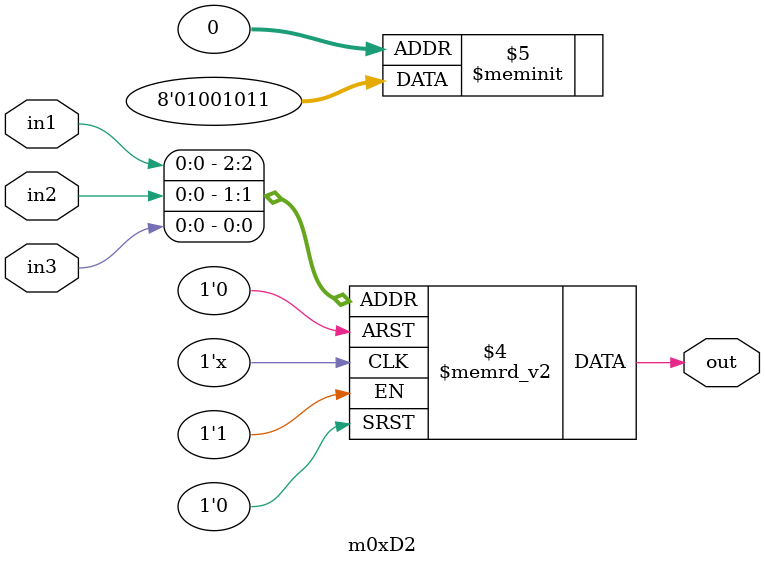
<source format=v>
module m0xD2(output out, input in1, in2, in3);

   always @(in1, in2, in3)
     begin
        case({in1, in2, in3})
          3'b000: {out} = 1'b1;
          3'b001: {out} = 1'b1;
          3'b010: {out} = 1'b0;
          3'b011: {out} = 1'b1;
          3'b100: {out} = 1'b0;
          3'b101: {out} = 1'b0;
          3'b110: {out} = 1'b1;
          3'b111: {out} = 1'b0;
        endcase // case ({in1, in2, in3})
     end // always @ (in1, in2, in3)

endmodule // m0xD2
</source>
